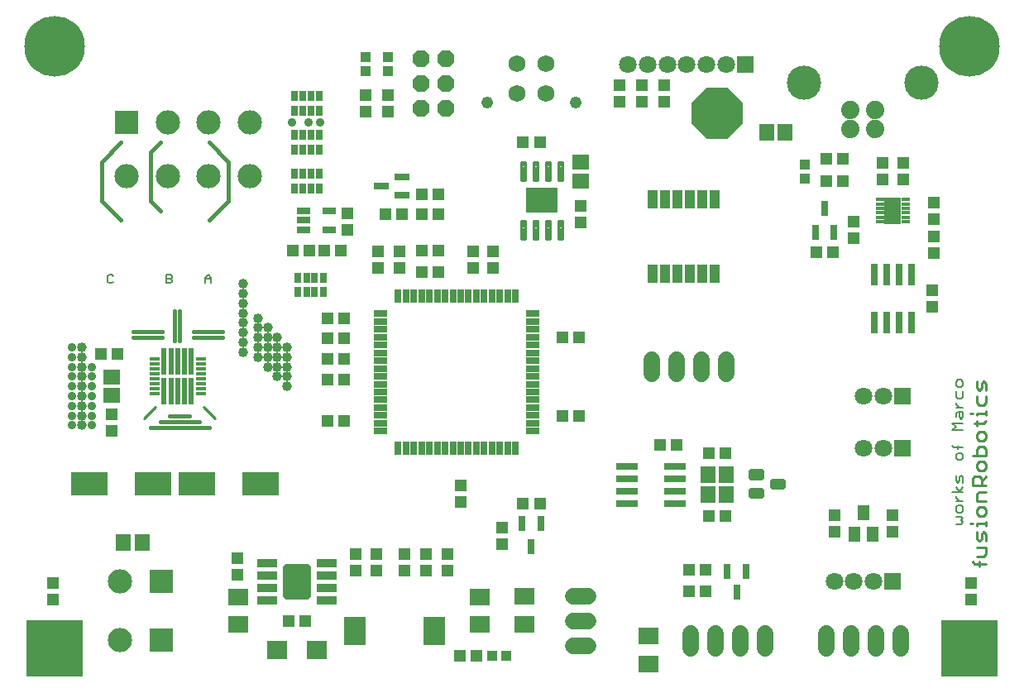
<source format=gbr>
G04 EAGLE Gerber RS-274X export*
G75*
%MOMM*%
%FSLAX34Y34*%
%LPD*%
%INSoldermask Top*%
%IPPOS*%
%AMOC8*
5,1,8,0,0,1.08239X$1,22.5*%
G01*
%ADD10C,0.279400*%
%ADD11C,0.152400*%
%ADD12C,0.406400*%
%ADD13C,0.254000*%
%ADD14R,1.003200X1.003200*%
%ADD15C,1.727200*%
%ADD16R,1.303200X1.203200*%
%ADD17R,1.703200X1.503200*%
%ADD18R,3.683000X2.489200*%
%ADD19R,1.203200X1.303200*%
%ADD20R,2.003200X1.803200*%
%ADD21R,2.003200X1.903200*%
%ADD22C,1.727200*%
%ADD23C,1.219200*%
%ADD24R,1.803200X1.803200*%
%ADD25C,1.803200*%
%ADD26R,2.006200X1.803200*%
%ADD27R,1.503200X1.703200*%
%ADD28C,1.703200*%
%ADD29R,2.203200X3.003200*%
%ADD30R,2.489200X2.489200*%
%ADD31C,2.489200*%
%ADD32P,1.869504X8X112.500000*%
%ADD33R,0.803200X1.003200*%
%ADD34R,0.703200X1.003200*%
%ADD35C,0.680388*%
%ADD36R,1.203200X1.603200*%
%ADD37C,0.845819*%
%ADD38R,2.108200X0.812800*%
%ADD39R,1.524000X0.762000*%
%ADD40R,1.524000X0.711200*%
%ADD41C,0.281278*%
%ADD42R,3.303200X2.603200*%
%ADD43R,0.762000X1.524000*%
%ADD44R,0.762000X1.397000*%
%ADD45R,1.397000X0.762000*%
%ADD46R,2.184400X0.736600*%
%ADD47R,0.903200X0.453200*%
%ADD48R,1.803200X2.703200*%
%ADD49R,0.736600X2.184400*%
%ADD50R,1.103200X0.453200*%
%ADD51R,0.503200X2.703200*%
%ADD52C,1.879600*%
%ADD53C,3.505200*%
%ADD54R,1.473200X0.762000*%
%ADD55R,1.016000X1.879600*%
%ADD56P,5.631892X8X22.500000*%
%ADD57C,1.009600*%
%ADD58C,0.909600*%
%ADD59R,5.803200X5.803200*%
%ADD60C,6.203200*%


D10*
X985367Y118204D02*
X973715Y118204D01*
X971385Y120534D01*
X978376Y120534D02*
X978376Y115873D01*
X976046Y126164D02*
X983037Y126164D01*
X985367Y128494D01*
X985367Y135485D01*
X976046Y135485D01*
X985367Y141600D02*
X985367Y148591D01*
X983037Y150921D01*
X980706Y148591D01*
X980706Y143930D01*
X978376Y141600D01*
X976046Y143930D01*
X976046Y150921D01*
X976046Y157036D02*
X976046Y159367D01*
X985367Y159367D01*
X985367Y161697D02*
X985367Y157036D01*
X971385Y159367D02*
X969055Y159367D01*
X985367Y169657D02*
X985367Y174318D01*
X983037Y176648D01*
X978376Y176648D01*
X976046Y174318D01*
X976046Y169657D01*
X978376Y167327D01*
X983037Y167327D01*
X985367Y169657D01*
X985367Y182763D02*
X976046Y182763D01*
X976046Y189754D01*
X978376Y192084D01*
X985367Y192084D01*
X985367Y198199D02*
X971385Y198199D01*
X971385Y205190D01*
X973715Y207520D01*
X978376Y207520D01*
X980706Y205190D01*
X980706Y198199D01*
X980706Y202860D02*
X985367Y207520D01*
X985367Y215965D02*
X985367Y220626D01*
X983037Y222956D01*
X978376Y222956D01*
X976046Y220626D01*
X976046Y215965D01*
X978376Y213635D01*
X983037Y213635D01*
X985367Y215965D01*
X985367Y229071D02*
X971385Y229071D01*
X985367Y229071D02*
X985367Y236062D01*
X983037Y238392D01*
X978376Y238392D01*
X976046Y236062D01*
X976046Y229071D01*
X985367Y246838D02*
X985367Y251498D01*
X983037Y253829D01*
X978376Y253829D01*
X976046Y251498D01*
X976046Y246838D01*
X978376Y244507D01*
X983037Y244507D01*
X985367Y246838D01*
X983037Y262274D02*
X973715Y262274D01*
X983037Y262274D02*
X985367Y264604D01*
X976046Y264604D02*
X976046Y259943D01*
X976046Y270234D02*
X976046Y272564D01*
X985367Y272564D01*
X985367Y270234D02*
X985367Y274895D01*
X971385Y272564D02*
X969055Y272564D01*
X976046Y282855D02*
X976046Y289846D01*
X976046Y282855D02*
X978376Y280525D01*
X983037Y280525D01*
X985367Y282855D01*
X985367Y289846D01*
X985367Y295961D02*
X985367Y302952D01*
X983037Y305282D01*
X980706Y302952D01*
X980706Y298291D01*
X978376Y295961D01*
X976046Y298291D01*
X976046Y305282D01*
D11*
X959907Y159216D02*
X954414Y159216D01*
X959907Y159216D02*
X961738Y161047D01*
X959907Y162878D01*
X961738Y164709D01*
X959907Y166539D01*
X954414Y166539D01*
X961738Y172557D02*
X961738Y176218D01*
X959907Y178049D01*
X956245Y178049D01*
X954414Y176218D01*
X954414Y172557D01*
X956245Y170726D01*
X959907Y170726D01*
X961738Y172557D01*
X961738Y182235D02*
X954414Y182235D01*
X958076Y182235D02*
X954414Y185897D01*
X954414Y187728D01*
X950753Y191827D02*
X961738Y191827D01*
X958076Y191827D02*
X961738Y197320D01*
X958076Y191827D02*
X954414Y197320D01*
X961738Y201418D02*
X961738Y206911D01*
X959907Y208742D01*
X958076Y206911D01*
X958076Y203249D01*
X956245Y201418D01*
X954414Y203249D01*
X954414Y208742D01*
X961738Y226269D02*
X961738Y229931D01*
X959907Y231762D01*
X956245Y231762D01*
X954414Y229931D01*
X954414Y226269D01*
X956245Y224438D01*
X959907Y224438D01*
X961738Y226269D01*
X961738Y237779D02*
X952584Y237779D01*
X950753Y239610D01*
X956245Y239610D02*
X956245Y235948D01*
X961738Y255131D02*
X950753Y255131D01*
X954414Y258793D01*
X950753Y262454D01*
X961738Y262454D01*
X954414Y268472D02*
X954414Y272133D01*
X956245Y273964D01*
X961738Y273964D01*
X961738Y268472D01*
X959907Y266641D01*
X958076Y268472D01*
X958076Y273964D01*
X961738Y278151D02*
X954414Y278151D01*
X954414Y281812D02*
X958076Y278151D01*
X954414Y281812D02*
X954414Y283643D01*
X954414Y289573D02*
X954414Y295066D01*
X954414Y289573D02*
X956245Y287742D01*
X959907Y287742D01*
X961738Y289573D01*
X961738Y295066D01*
X961738Y301083D02*
X961738Y304745D01*
X959907Y306575D01*
X956245Y306575D01*
X954414Y304745D01*
X954414Y301083D01*
X956245Y299252D01*
X959907Y299252D01*
X961738Y301083D01*
D12*
X155000Y347000D02*
X155000Y377000D01*
D13*
X135000Y279000D02*
X123000Y267000D01*
X184000Y279000D02*
X196000Y267000D01*
D12*
X170000Y270000D02*
X150000Y270000D01*
X140000Y264000D02*
X180000Y264000D01*
X190000Y258000D02*
X130000Y258000D01*
X174000Y356000D02*
X204000Y356000D01*
X204000Y350000D02*
X174000Y350000D01*
X142000Y350000D02*
X112000Y350000D01*
X112000Y356000D02*
X142000Y356000D01*
X160000Y347000D02*
X160000Y377000D01*
X80000Y530000D02*
X100000Y550000D01*
X80000Y530000D02*
X80000Y490000D01*
X100000Y470000D01*
X130000Y540000D02*
X140000Y550000D01*
X130000Y540000D02*
X130000Y490000D01*
X140000Y480000D01*
X190000Y550000D02*
X210000Y530000D01*
X210000Y490000D01*
X190000Y470000D01*
D11*
X186158Y411418D02*
X186158Y405762D01*
X186158Y411418D02*
X188986Y414245D01*
X191814Y411418D01*
X191814Y405762D01*
X191814Y410004D02*
X186158Y410004D01*
X146158Y405762D02*
X146158Y414245D01*
X150400Y414245D01*
X151814Y412831D01*
X151814Y411418D01*
X150400Y410004D01*
X151814Y408590D01*
X151814Y407176D01*
X150400Y405762D01*
X146158Y405762D01*
X146158Y410004D02*
X150400Y410004D01*
X91814Y412831D02*
X90400Y414245D01*
X87572Y414245D01*
X86158Y412831D01*
X86158Y407176D01*
X87572Y405762D01*
X90400Y405762D01*
X91814Y407176D01*
D14*
X494500Y24000D03*
X479500Y24000D03*
D15*
X562380Y34600D02*
X577620Y34600D01*
X577620Y60000D02*
X562380Y60000D01*
X562380Y85400D02*
X577620Y85400D01*
D16*
X568500Y350000D03*
X551500Y350000D03*
X511500Y180000D03*
X528500Y180000D03*
D17*
X90000Y309500D03*
X90000Y290500D03*
D18*
X132500Y200000D03*
X67500Y200000D03*
D16*
X407500Y497000D03*
X424500Y497000D03*
X651500Y240000D03*
X668500Y240000D03*
X424500Y417000D03*
X407500Y417000D03*
D19*
X385000Y421500D03*
X385000Y438500D03*
X363000Y421500D03*
X363000Y438500D03*
D16*
X328500Y370000D03*
X311500Y370000D03*
X387500Y476000D03*
X370500Y476000D03*
X568500Y270000D03*
X551500Y270000D03*
X96500Y333000D03*
X79500Y333000D03*
X328500Y349000D03*
X311500Y349000D03*
X328500Y328000D03*
X311500Y328000D03*
X328500Y307000D03*
X311500Y307000D03*
D19*
X656000Y608500D03*
X656000Y591500D03*
X850000Y468500D03*
X850000Y451500D03*
X930000Y398500D03*
X930000Y381500D03*
X30000Y98500D03*
X30000Y81500D03*
X448000Y181500D03*
X448000Y198500D03*
X830000Y168500D03*
X830000Y151500D03*
X890000Y168500D03*
X890000Y151500D03*
D16*
X311500Y265000D03*
X328500Y265000D03*
D19*
X481000Y438500D03*
X481000Y421500D03*
D20*
X220000Y56000D03*
X220000Y84000D03*
D17*
X570000Y529500D03*
X570000Y510500D03*
D16*
X511500Y550000D03*
X528500Y550000D03*
D19*
X932000Y453400D03*
X932000Y436400D03*
D16*
X821500Y510000D03*
X838500Y510000D03*
X828500Y437000D03*
X811500Y437000D03*
D19*
X340000Y128500D03*
X340000Y111500D03*
X90000Y271500D03*
X90000Y254500D03*
D16*
X271500Y60000D03*
X288500Y60000D03*
D19*
X490000Y138500D03*
X490000Y155500D03*
D21*
X300500Y30000D03*
X259500Y30000D03*
D22*
X534986Y600000D03*
X534986Y629972D03*
X505014Y600000D03*
X505014Y629972D03*
D23*
X564958Y590602D03*
X475042Y590602D03*
D14*
X350000Y637500D03*
X350000Y622500D03*
D24*
X739000Y629700D03*
D25*
X719000Y629700D03*
X699000Y629700D03*
X679000Y629700D03*
X659000Y629700D03*
X639000Y629700D03*
X619000Y629700D03*
D26*
X512770Y56360D03*
X512770Y84800D03*
X640000Y15780D03*
X640000Y44220D03*
D27*
X779500Y560000D03*
X760500Y560000D03*
D28*
X821900Y46900D02*
X821900Y31900D01*
X847300Y31900D02*
X847300Y46900D01*
X872700Y46900D02*
X872700Y31900D01*
X898100Y31900D02*
X898100Y46900D01*
D29*
X339500Y50000D03*
X420500Y50000D03*
D19*
X424500Y439000D03*
X407500Y439000D03*
D30*
X105735Y570300D03*
D31*
X189555Y515182D03*
X189555Y570300D03*
X147645Y515182D03*
X105735Y515182D03*
X231465Y515182D03*
X231465Y570300D03*
X147645Y570300D03*
D32*
X432700Y584600D03*
X407300Y584600D03*
X432700Y610000D03*
X407300Y610000D03*
X432700Y635400D03*
X407300Y635400D03*
D27*
X700500Y210000D03*
X719500Y210000D03*
X700500Y189000D03*
X719500Y189000D03*
D30*
X141000Y40000D03*
D31*
X99000Y40000D03*
D30*
X141000Y100000D03*
D31*
X99000Y100000D03*
D16*
X970000Y81500D03*
X970000Y98500D03*
X633000Y591500D03*
X633000Y608500D03*
X460000Y438500D03*
X460000Y421500D03*
X373000Y598500D03*
X373000Y581500D03*
X350000Y598500D03*
X350000Y581500D03*
D19*
X701500Y167000D03*
X718500Y167000D03*
X718500Y232000D03*
X701500Y232000D03*
D16*
X219000Y124500D03*
X219000Y107500D03*
X361000Y111500D03*
X361000Y128500D03*
X879000Y528500D03*
X879000Y511500D03*
X390000Y128500D03*
X390000Y111500D03*
X570000Y484500D03*
X570000Y467500D03*
X901000Y528500D03*
X901000Y511500D03*
X932000Y488500D03*
X932000Y471500D03*
D19*
X838500Y533000D03*
X821500Y533000D03*
D16*
X412000Y111500D03*
X412000Y128500D03*
X434000Y128500D03*
X434000Y111500D03*
D19*
X446500Y24000D03*
X463500Y24000D03*
X424500Y476000D03*
X407500Y476000D03*
D16*
X610000Y608500D03*
X610000Y591500D03*
D33*
X281250Y396500D03*
D34*
X290000Y396500D03*
X298000Y396500D03*
D33*
X306750Y396500D03*
X306750Y411500D03*
D34*
X298000Y411500D03*
X290000Y411500D03*
D33*
X281250Y411500D03*
X302750Y597500D03*
D34*
X294000Y597500D03*
X286000Y597500D03*
D33*
X277250Y597500D03*
X277250Y582500D03*
D34*
X286000Y582500D03*
X294000Y582500D03*
D33*
X302750Y582500D03*
X302750Y517500D03*
D34*
X294000Y517500D03*
X286000Y517500D03*
D33*
X277250Y517500D03*
X277250Y502500D03*
D34*
X286000Y502500D03*
X294000Y502500D03*
D33*
X302750Y502500D03*
X302750Y557500D03*
D34*
X294000Y557500D03*
X286000Y557500D03*
D33*
X277250Y557500D03*
X277250Y542500D03*
D34*
X286000Y542500D03*
X294000Y542500D03*
D33*
X302750Y542500D03*
D14*
X373000Y637500D03*
X373000Y622500D03*
D35*
X745386Y211864D02*
X745386Y207136D01*
X745386Y211864D02*
X754614Y211864D01*
X754614Y207136D01*
X745386Y207136D01*
X745386Y192864D02*
X745386Y188136D01*
X745386Y192864D02*
X754614Y192864D01*
X754614Y188136D01*
X745386Y188136D01*
X767386Y197636D02*
X767386Y202364D01*
X776614Y202364D01*
X776614Y197636D01*
X767386Y197636D01*
D36*
X860000Y171000D03*
X869500Y149000D03*
X850500Y149000D03*
D37*
X289868Y114313D02*
X270132Y114313D01*
X289868Y114313D02*
X289868Y85687D01*
X270132Y85687D01*
X270132Y114313D01*
X270132Y93722D02*
X289868Y93722D01*
X289868Y101757D02*
X270132Y101757D01*
X270132Y109792D02*
X289868Y109792D01*
D38*
X310480Y80950D03*
X310480Y93650D03*
X310480Y106350D03*
X310480Y119050D03*
X249520Y119050D03*
X249520Y106350D03*
X249520Y93650D03*
X249520Y80950D03*
D39*
X387922Y495602D03*
X387922Y514398D03*
D40*
X366078Y505000D03*
D41*
X513260Y469910D02*
X513260Y450690D01*
X509040Y450690D01*
X509040Y469910D01*
X513260Y469910D01*
X513260Y453362D02*
X509040Y453362D01*
X509040Y456034D02*
X513260Y456034D01*
X513260Y458706D02*
X509040Y458706D01*
X509040Y461378D02*
X513260Y461378D01*
X513260Y464050D02*
X509040Y464050D01*
X509040Y466722D02*
X513260Y466722D01*
X513260Y469394D02*
X509040Y469394D01*
X525960Y469910D02*
X525960Y450690D01*
X521740Y450690D01*
X521740Y469910D01*
X525960Y469910D01*
X525960Y453362D02*
X521740Y453362D01*
X521740Y456034D02*
X525960Y456034D01*
X525960Y458706D02*
X521740Y458706D01*
X521740Y461378D02*
X525960Y461378D01*
X525960Y464050D02*
X521740Y464050D01*
X521740Y466722D02*
X525960Y466722D01*
X525960Y469394D02*
X521740Y469394D01*
X538660Y469910D02*
X538660Y450690D01*
X534440Y450690D01*
X534440Y469910D01*
X538660Y469910D01*
X538660Y453362D02*
X534440Y453362D01*
X534440Y456034D02*
X538660Y456034D01*
X538660Y458706D02*
X534440Y458706D01*
X534440Y461378D02*
X538660Y461378D01*
X538660Y464050D02*
X534440Y464050D01*
X534440Y466722D02*
X538660Y466722D01*
X538660Y469394D02*
X534440Y469394D01*
X551360Y469910D02*
X551360Y450690D01*
X547140Y450690D01*
X547140Y469910D01*
X551360Y469910D01*
X551360Y453362D02*
X547140Y453362D01*
X547140Y456034D02*
X551360Y456034D01*
X551360Y458706D02*
X547140Y458706D01*
X547140Y461378D02*
X551360Y461378D01*
X551360Y464050D02*
X547140Y464050D01*
X547140Y466722D02*
X551360Y466722D01*
X551360Y469394D02*
X547140Y469394D01*
X551360Y510690D02*
X551360Y529910D01*
X551360Y510690D02*
X547140Y510690D01*
X547140Y529910D01*
X551360Y529910D01*
X551360Y513362D02*
X547140Y513362D01*
X547140Y516034D02*
X551360Y516034D01*
X551360Y518706D02*
X547140Y518706D01*
X547140Y521378D02*
X551360Y521378D01*
X551360Y524050D02*
X547140Y524050D01*
X547140Y526722D02*
X551360Y526722D01*
X551360Y529394D02*
X547140Y529394D01*
X538660Y529910D02*
X538660Y510690D01*
X534440Y510690D01*
X534440Y529910D01*
X538660Y529910D01*
X538660Y513362D02*
X534440Y513362D01*
X534440Y516034D02*
X538660Y516034D01*
X538660Y518706D02*
X534440Y518706D01*
X534440Y521378D02*
X538660Y521378D01*
X538660Y524050D02*
X534440Y524050D01*
X534440Y526722D02*
X538660Y526722D01*
X538660Y529394D02*
X534440Y529394D01*
X525960Y529910D02*
X525960Y510690D01*
X521740Y510690D01*
X521740Y529910D01*
X525960Y529910D01*
X525960Y513362D02*
X521740Y513362D01*
X521740Y516034D02*
X525960Y516034D01*
X525960Y518706D02*
X521740Y518706D01*
X521740Y521378D02*
X525960Y521378D01*
X525960Y524050D02*
X521740Y524050D01*
X521740Y526722D02*
X525960Y526722D01*
X525960Y529394D02*
X521740Y529394D01*
X513260Y529910D02*
X513260Y510690D01*
X509040Y510690D01*
X509040Y529910D01*
X513260Y529910D01*
X513260Y513362D02*
X509040Y513362D01*
X509040Y516034D02*
X513260Y516034D01*
X513260Y518706D02*
X509040Y518706D01*
X509040Y521378D02*
X513260Y521378D01*
X513260Y524050D02*
X509040Y524050D01*
X509040Y526722D02*
X513260Y526722D01*
X513260Y529394D02*
X509040Y529394D01*
D42*
X530200Y490300D03*
D43*
X529398Y159938D03*
X510602Y159938D03*
X520000Y136062D03*
D44*
X383600Y392300D03*
X391600Y392300D03*
X399600Y392300D03*
X407600Y392300D03*
X415600Y392300D03*
X423600Y392300D03*
X431600Y392300D03*
X439600Y392300D03*
X447600Y392300D03*
X455600Y392300D03*
X463600Y392300D03*
X471600Y392300D03*
X479600Y392300D03*
X487600Y392300D03*
X495600Y392300D03*
X503600Y392300D03*
D45*
X365600Y318300D03*
X365600Y326300D03*
X365600Y334300D03*
X365600Y342300D03*
X365600Y350300D03*
X365600Y358300D03*
X365600Y366300D03*
X365600Y374300D03*
X365600Y310300D03*
X365600Y302300D03*
X365600Y294300D03*
X365600Y286300D03*
X365600Y278300D03*
X365600Y270300D03*
X365600Y262300D03*
X365600Y254300D03*
D44*
X383600Y236300D03*
X391600Y236300D03*
X399600Y236300D03*
X407600Y236300D03*
X415600Y236300D03*
X423600Y236300D03*
X431600Y236300D03*
X439600Y236300D03*
X447600Y236300D03*
X455600Y236300D03*
X463600Y236300D03*
X471600Y236300D03*
X479600Y236300D03*
X487600Y236300D03*
X495600Y236300D03*
X503600Y236300D03*
D45*
X521600Y254300D03*
X521600Y262300D03*
X521600Y270300D03*
X521600Y278300D03*
X521600Y286300D03*
X521600Y294300D03*
X521600Y302300D03*
X521600Y310300D03*
X521600Y318300D03*
X521600Y326300D03*
X521600Y334300D03*
X521600Y342300D03*
X521600Y350300D03*
X521600Y358300D03*
X521600Y366300D03*
X521600Y374300D03*
D46*
X617862Y218450D03*
X617862Y205750D03*
X617862Y193050D03*
X617862Y180350D03*
X667138Y180350D03*
X667138Y193050D03*
X667138Y205750D03*
X667138Y218450D03*
D43*
X739398Y110922D03*
X720602Y110922D03*
X730000Y89078D03*
X810602Y458062D03*
X829398Y458062D03*
X820000Y481938D03*
D47*
X876500Y491250D03*
X876500Y486750D03*
X876500Y482250D03*
X876500Y477750D03*
X876500Y473250D03*
X876500Y468750D03*
X903500Y468750D03*
X903500Y473250D03*
X903500Y477750D03*
X903500Y482250D03*
X903500Y486750D03*
X903500Y491250D03*
D48*
X890000Y480000D03*
D49*
X909050Y414638D03*
X896350Y414638D03*
X883650Y414638D03*
X870950Y414638D03*
X870950Y365362D03*
X883650Y365362D03*
X896350Y365362D03*
X909050Y365362D03*
D50*
X181500Y292900D03*
X181500Y297900D03*
X181500Y302900D03*
X181500Y307900D03*
X181500Y312900D03*
X181500Y317900D03*
X181500Y322900D03*
X181500Y327900D03*
D51*
X172000Y325900D03*
X165000Y325900D03*
X158000Y325900D03*
X151000Y325900D03*
X144000Y325900D03*
D50*
X134500Y327900D03*
X134500Y322900D03*
X134500Y317900D03*
X134500Y312900D03*
X134500Y307900D03*
X134500Y302900D03*
X134500Y297900D03*
X134500Y292900D03*
D51*
X144000Y294900D03*
X151000Y294900D03*
X158000Y294900D03*
X165000Y294900D03*
X172000Y294900D03*
D14*
X800000Y512500D03*
X800000Y527500D03*
D52*
X846400Y563588D03*
X871400Y563588D03*
X871400Y583400D03*
X846400Y583400D03*
D53*
X798702Y610578D03*
X919098Y610578D03*
D15*
X758800Y46920D02*
X758800Y31680D01*
X733400Y31680D02*
X733400Y46920D01*
X708000Y46920D02*
X708000Y31680D01*
X682600Y31680D02*
X682600Y46920D01*
D24*
X900000Y290000D03*
D25*
X880000Y290000D03*
X860000Y290000D03*
D24*
X900000Y237000D03*
D25*
X880000Y237000D03*
X860000Y237000D03*
D19*
X681500Y112000D03*
X698500Y112000D03*
X698500Y90000D03*
X681500Y90000D03*
D18*
X177500Y200000D03*
X242500Y200000D03*
D27*
X121500Y140000D03*
X102500Y140000D03*
D54*
X287046Y479398D03*
X287046Y470000D03*
X287046Y460602D03*
X312954Y460602D03*
X312954Y479398D03*
D19*
X324500Y439000D03*
X307500Y439000D03*
X275500Y439000D03*
X292500Y439000D03*
X332000Y460500D03*
X332000Y477500D03*
D24*
X890000Y100000D03*
D25*
X870000Y100000D03*
X850000Y100000D03*
X830000Y100000D03*
D20*
X467000Y56000D03*
X467000Y84000D03*
D28*
X719690Y312660D02*
X719690Y327660D01*
X694290Y327660D02*
X694290Y312660D01*
X668890Y312660D02*
X668890Y327660D01*
X643490Y327660D02*
X643490Y312660D01*
D55*
X643890Y415290D03*
X656590Y415290D03*
X669290Y415290D03*
X681990Y415290D03*
X694690Y415290D03*
X707390Y415290D03*
X707390Y491490D03*
X694690Y491490D03*
X681990Y491490D03*
X669290Y491490D03*
X656590Y491490D03*
X643890Y491490D03*
D56*
X710000Y580000D03*
D57*
X225000Y405000D03*
X250000Y320000D03*
X60000Y340000D03*
X60000Y330000D03*
X60000Y320000D03*
D58*
X70000Y320000D03*
X70000Y310000D03*
D57*
X60000Y310000D03*
D58*
X50000Y310000D03*
X50000Y320000D03*
X50000Y330000D03*
X50000Y340000D03*
X50000Y300000D03*
D57*
X60000Y300000D03*
D58*
X70000Y300000D03*
X70000Y290000D03*
D57*
X60000Y290000D03*
D58*
X50000Y290000D03*
X50000Y280000D03*
D57*
X60000Y280000D03*
X60000Y270000D03*
D58*
X50000Y270000D03*
D57*
X60000Y260000D03*
X225000Y375000D03*
X225000Y365000D03*
X225000Y355000D03*
X225000Y345000D03*
X225000Y335000D03*
D58*
X70000Y280000D03*
X70000Y270000D03*
X70000Y260000D03*
D57*
X225000Y395000D03*
X225000Y385000D03*
D58*
X50000Y260000D03*
D57*
X250000Y360000D03*
X240000Y360000D03*
X240000Y370000D03*
X240000Y350000D03*
X240000Y340000D03*
X240000Y330000D03*
X250000Y330000D03*
X250000Y340000D03*
X250000Y350000D03*
X260000Y310000D03*
X260000Y320000D03*
X260000Y330000D03*
X260000Y340000D03*
X260000Y350000D03*
X270000Y340000D03*
X270000Y330000D03*
X270000Y320000D03*
X270000Y310000D03*
X270000Y300000D03*
D59*
X968000Y32000D03*
X32000Y32000D03*
D58*
X292000Y570000D03*
X275000Y570000D03*
X304000Y570000D03*
D60*
X32000Y648000D03*
X968000Y648000D03*
M02*

</source>
